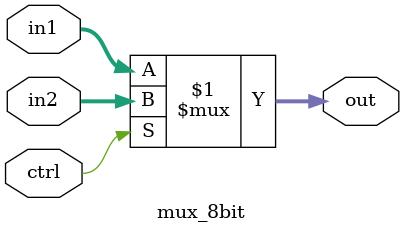
<source format=v>
module mux_8bit(in1,in2,ctrl,out);
	input [7:0] in1, in2;
	input ctrl;
	output [7:0] out;
	
	assign out = ctrl ? in2 : in1;
endmodule
</source>
